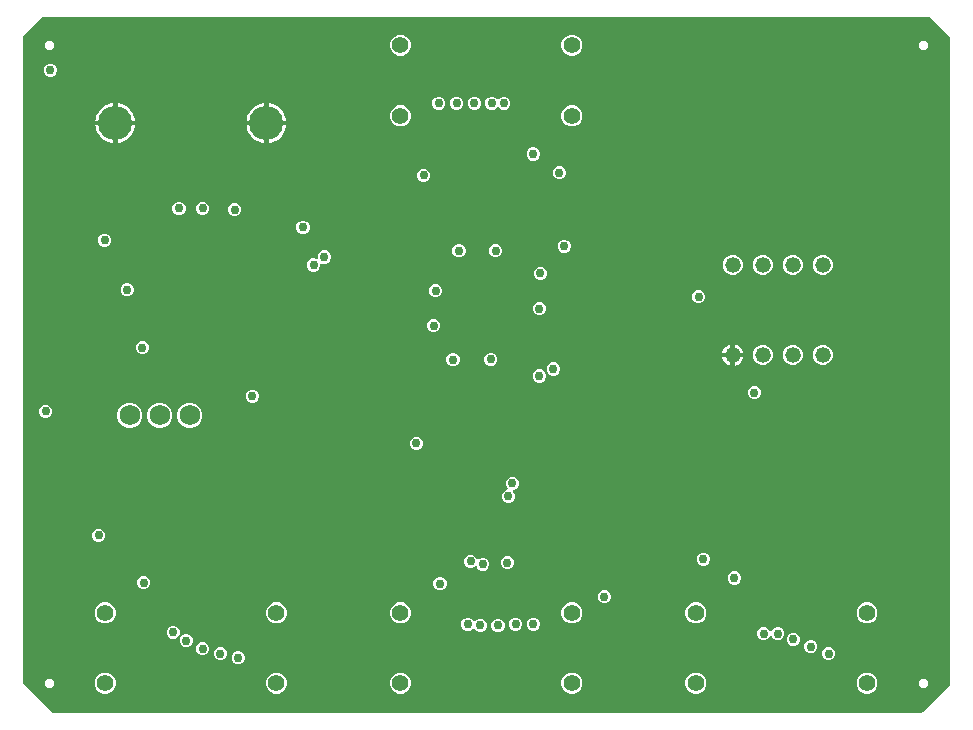
<source format=gbr>
G04 EAGLE Gerber RS-274X export*
G75*
%MOMM*%
%FSLAX34Y34*%
%LPD*%
%INCopper Layer 15*%
%IPPOS*%
%AMOC8*
5,1,8,0,0,1.08239X$1,22.5*%
G01*
%ADD10C,1.408000*%
%ADD11C,1.320800*%
%ADD12C,1.748000*%
%ADD13C,2.888000*%
%ADD14C,0.756400*%

G36*
X769117Y5059D02*
X769117Y5059D01*
X769234Y5071D01*
X769253Y5079D01*
X769273Y5082D01*
X769380Y5131D01*
X769489Y5176D01*
X769507Y5190D01*
X769524Y5198D01*
X769574Y5242D01*
X769677Y5323D01*
X792677Y28323D01*
X792700Y28352D01*
X792725Y28375D01*
X792763Y28436D01*
X792822Y28509D01*
X792830Y28527D01*
X792843Y28544D01*
X792859Y28589D01*
X792871Y28609D01*
X792886Y28661D01*
X792928Y28763D01*
X792931Y28786D01*
X792938Y28803D01*
X792941Y28862D01*
X792945Y28875D01*
X792945Y28892D01*
X792958Y29000D01*
X792958Y576000D01*
X792941Y576117D01*
X792929Y576234D01*
X792921Y576253D01*
X792918Y576273D01*
X792869Y576380D01*
X792824Y576489D01*
X792810Y576507D01*
X792802Y576524D01*
X792758Y576574D01*
X792677Y576677D01*
X775677Y593677D01*
X775583Y593748D01*
X775492Y593822D01*
X775473Y593830D01*
X775456Y593843D01*
X775345Y593883D01*
X775237Y593928D01*
X775214Y593931D01*
X775197Y593938D01*
X775129Y593942D01*
X775000Y593958D01*
X25000Y593958D01*
X24883Y593941D01*
X24766Y593929D01*
X24747Y593921D01*
X24727Y593918D01*
X24620Y593869D01*
X24511Y593824D01*
X24493Y593810D01*
X24476Y593802D01*
X24426Y593758D01*
X24323Y593677D01*
X8323Y577677D01*
X8305Y577654D01*
X8293Y577643D01*
X8272Y577610D01*
X8252Y577583D01*
X8178Y577492D01*
X8170Y577473D01*
X8157Y577456D01*
X8117Y577345D01*
X8072Y577237D01*
X8069Y577214D01*
X8062Y577197D01*
X8058Y577129D01*
X8042Y577000D01*
X8042Y30000D01*
X8059Y29883D01*
X8071Y29766D01*
X8079Y29747D01*
X8082Y29727D01*
X8131Y29620D01*
X8176Y29511D01*
X8190Y29493D01*
X8198Y29476D01*
X8242Y29426D01*
X8323Y29323D01*
X32323Y5323D01*
X32417Y5252D01*
X32509Y5178D01*
X32527Y5170D01*
X32544Y5157D01*
X32655Y5117D01*
X32763Y5072D01*
X32786Y5069D01*
X32803Y5062D01*
X32871Y5058D01*
X33000Y5042D01*
X769000Y5042D01*
X769117Y5059D01*
G37*
%LPC*%
G36*
X96008Y246081D02*
X96008Y246081D01*
X92142Y247683D01*
X89183Y250642D01*
X87581Y254508D01*
X87581Y258692D01*
X89183Y262558D01*
X92142Y265517D01*
X96008Y267119D01*
X100192Y267119D01*
X104058Y265517D01*
X107017Y262558D01*
X108619Y258692D01*
X108619Y254508D01*
X107017Y250642D01*
X104058Y247683D01*
X100192Y246081D01*
X96008Y246081D01*
G37*
%LPD*%
%LPC*%
G36*
X121408Y246081D02*
X121408Y246081D01*
X117542Y247683D01*
X114583Y250642D01*
X112981Y254508D01*
X112981Y258692D01*
X114583Y262558D01*
X117542Y265517D01*
X121408Y267119D01*
X125592Y267119D01*
X129458Y265517D01*
X132417Y262558D01*
X134019Y258692D01*
X134019Y254508D01*
X132417Y250642D01*
X129458Y247683D01*
X125592Y246081D01*
X121408Y246081D01*
G37*
%LPD*%
%LPC*%
G36*
X146808Y246081D02*
X146808Y246081D01*
X142942Y247683D01*
X139983Y250642D01*
X138381Y254508D01*
X138381Y258692D01*
X139983Y262558D01*
X142942Y265517D01*
X146808Y267119D01*
X150992Y267119D01*
X154858Y265517D01*
X157817Y262558D01*
X159419Y258692D01*
X159419Y254508D01*
X157817Y250642D01*
X154858Y247683D01*
X150992Y246081D01*
X146808Y246081D01*
G37*
%LPD*%
%LPC*%
G36*
X470746Y561181D02*
X470746Y561181D01*
X467505Y562524D01*
X465024Y565005D01*
X463681Y568246D01*
X463681Y571754D01*
X465024Y574995D01*
X467505Y577476D01*
X470746Y578819D01*
X474254Y578819D01*
X477495Y577476D01*
X479976Y574995D01*
X481319Y571754D01*
X481319Y568246D01*
X479976Y565005D01*
X477495Y562524D01*
X474254Y561181D01*
X470746Y561181D01*
G37*
%LPD*%
%LPC*%
G36*
X325746Y561181D02*
X325746Y561181D01*
X322505Y562524D01*
X320024Y565005D01*
X318681Y568246D01*
X318681Y571754D01*
X320024Y574995D01*
X322505Y577476D01*
X325746Y578819D01*
X329254Y578819D01*
X332495Y577476D01*
X334976Y574995D01*
X336319Y571754D01*
X336319Y568246D01*
X334976Y565005D01*
X332495Y562524D01*
X329254Y561181D01*
X325746Y561181D01*
G37*
%LPD*%
%LPC*%
G36*
X575746Y80781D02*
X575746Y80781D01*
X572505Y82124D01*
X570024Y84605D01*
X568681Y87846D01*
X568681Y91354D01*
X570024Y94595D01*
X572505Y97076D01*
X575746Y98419D01*
X579254Y98419D01*
X582495Y97076D01*
X584976Y94595D01*
X586319Y91354D01*
X586319Y87846D01*
X584976Y84605D01*
X582495Y82124D01*
X579254Y80781D01*
X575746Y80781D01*
G37*
%LPD*%
%LPC*%
G36*
X470746Y80781D02*
X470746Y80781D01*
X467505Y82124D01*
X465024Y84605D01*
X463681Y87846D01*
X463681Y91354D01*
X465024Y94595D01*
X467505Y97076D01*
X470746Y98419D01*
X474254Y98419D01*
X477495Y97076D01*
X479976Y94595D01*
X481319Y91354D01*
X481319Y87846D01*
X479976Y84605D01*
X477495Y82124D01*
X474254Y80781D01*
X470746Y80781D01*
G37*
%LPD*%
%LPC*%
G36*
X470746Y21181D02*
X470746Y21181D01*
X467505Y22524D01*
X465024Y25005D01*
X463681Y28246D01*
X463681Y31754D01*
X465024Y34995D01*
X467505Y37476D01*
X470746Y38819D01*
X474254Y38819D01*
X477495Y37476D01*
X479976Y34995D01*
X481319Y31754D01*
X481319Y28246D01*
X479976Y25005D01*
X477495Y22524D01*
X474254Y21181D01*
X470746Y21181D01*
G37*
%LPD*%
%LPC*%
G36*
X325746Y21181D02*
X325746Y21181D01*
X322505Y22524D01*
X320024Y25005D01*
X318681Y28246D01*
X318681Y31754D01*
X320024Y34995D01*
X322505Y37476D01*
X325746Y38819D01*
X329254Y38819D01*
X332495Y37476D01*
X334976Y34995D01*
X336319Y31754D01*
X336319Y28246D01*
X334976Y25005D01*
X332495Y22524D01*
X329254Y21181D01*
X325746Y21181D01*
G37*
%LPD*%
%LPC*%
G36*
X325746Y80781D02*
X325746Y80781D01*
X322505Y82124D01*
X320024Y84605D01*
X318681Y87846D01*
X318681Y91354D01*
X320024Y94595D01*
X322505Y97076D01*
X325746Y98419D01*
X329254Y98419D01*
X332495Y97076D01*
X334976Y94595D01*
X336319Y91354D01*
X336319Y87846D01*
X334976Y84605D01*
X332495Y82124D01*
X329254Y80781D01*
X325746Y80781D01*
G37*
%LPD*%
%LPC*%
G36*
X220746Y80781D02*
X220746Y80781D01*
X217505Y82124D01*
X215024Y84605D01*
X213681Y87846D01*
X213681Y91354D01*
X215024Y94595D01*
X217505Y97076D01*
X220746Y98419D01*
X224254Y98419D01*
X227495Y97076D01*
X229976Y94595D01*
X231319Y91354D01*
X231319Y87846D01*
X229976Y84605D01*
X227495Y82124D01*
X224254Y80781D01*
X220746Y80781D01*
G37*
%LPD*%
%LPC*%
G36*
X75746Y80781D02*
X75746Y80781D01*
X72505Y82124D01*
X70024Y84605D01*
X68681Y87846D01*
X68681Y91354D01*
X70024Y94595D01*
X72505Y97076D01*
X75746Y98419D01*
X79254Y98419D01*
X82495Y97076D01*
X84976Y94595D01*
X86319Y91354D01*
X86319Y87846D01*
X84976Y84605D01*
X82495Y82124D01*
X79254Y80781D01*
X75746Y80781D01*
G37*
%LPD*%
%LPC*%
G36*
X720746Y21181D02*
X720746Y21181D01*
X717505Y22524D01*
X715024Y25005D01*
X713681Y28246D01*
X713681Y31754D01*
X715024Y34995D01*
X717505Y37476D01*
X720746Y38819D01*
X724254Y38819D01*
X727495Y37476D01*
X729976Y34995D01*
X731319Y31754D01*
X731319Y28246D01*
X729976Y25005D01*
X727495Y22524D01*
X724254Y21181D01*
X720746Y21181D01*
G37*
%LPD*%
%LPC*%
G36*
X470746Y501581D02*
X470746Y501581D01*
X467505Y502924D01*
X465024Y505405D01*
X463681Y508646D01*
X463681Y512154D01*
X465024Y515395D01*
X467505Y517876D01*
X470746Y519219D01*
X474254Y519219D01*
X477495Y517876D01*
X479976Y515395D01*
X481319Y512154D01*
X481319Y508646D01*
X479976Y505405D01*
X477495Y502924D01*
X474254Y501581D01*
X470746Y501581D01*
G37*
%LPD*%
%LPC*%
G36*
X325746Y501581D02*
X325746Y501581D01*
X322505Y502924D01*
X320024Y505405D01*
X318681Y508646D01*
X318681Y512154D01*
X320024Y515395D01*
X322505Y517876D01*
X325746Y519219D01*
X329254Y519219D01*
X332495Y517876D01*
X334976Y515395D01*
X336319Y512154D01*
X336319Y508646D01*
X334976Y505405D01*
X332495Y502924D01*
X329254Y501581D01*
X325746Y501581D01*
G37*
%LPD*%
%LPC*%
G36*
X75746Y21181D02*
X75746Y21181D01*
X72505Y22524D01*
X70024Y25005D01*
X68681Y28246D01*
X68681Y31754D01*
X70024Y34995D01*
X72505Y37476D01*
X75746Y38819D01*
X79254Y38819D01*
X82495Y37476D01*
X84976Y34995D01*
X86319Y31754D01*
X86319Y28246D01*
X84976Y25005D01*
X82495Y22524D01*
X79254Y21181D01*
X75746Y21181D01*
G37*
%LPD*%
%LPC*%
G36*
X220746Y21181D02*
X220746Y21181D01*
X217505Y22524D01*
X215024Y25005D01*
X213681Y28246D01*
X213681Y31754D01*
X215024Y34995D01*
X217505Y37476D01*
X220746Y38819D01*
X224254Y38819D01*
X227495Y37476D01*
X229976Y34995D01*
X231319Y31754D01*
X231319Y28246D01*
X229976Y25005D01*
X227495Y22524D01*
X224254Y21181D01*
X220746Y21181D01*
G37*
%LPD*%
%LPC*%
G36*
X575746Y21181D02*
X575746Y21181D01*
X572505Y22524D01*
X570024Y25005D01*
X568681Y28246D01*
X568681Y31754D01*
X570024Y34995D01*
X572505Y37476D01*
X575746Y38819D01*
X579254Y38819D01*
X582495Y37476D01*
X584976Y34995D01*
X586319Y31754D01*
X586319Y28246D01*
X584976Y25005D01*
X582495Y22524D01*
X579254Y21181D01*
X575746Y21181D01*
G37*
%LPD*%
%LPC*%
G36*
X720746Y80781D02*
X720746Y80781D01*
X717505Y82124D01*
X715024Y84605D01*
X713681Y87846D01*
X713681Y91354D01*
X715024Y94595D01*
X717505Y97076D01*
X720746Y98419D01*
X724254Y98419D01*
X727495Y97076D01*
X729976Y94595D01*
X731319Y91354D01*
X731319Y87846D01*
X729976Y84605D01*
X727495Y82124D01*
X724254Y80781D01*
X720746Y80781D01*
G37*
%LPD*%
%LPC*%
G36*
X657933Y299417D02*
X657933Y299417D01*
X654852Y300693D01*
X652493Y303052D01*
X651217Y306133D01*
X651217Y309467D01*
X652493Y312548D01*
X654852Y314907D01*
X657933Y316183D01*
X661267Y316183D01*
X664348Y314907D01*
X666707Y312548D01*
X667983Y309467D01*
X667983Y306133D01*
X666707Y303052D01*
X664348Y300693D01*
X661267Y299417D01*
X657933Y299417D01*
G37*
%LPD*%
%LPC*%
G36*
X607133Y375617D02*
X607133Y375617D01*
X604052Y376893D01*
X601693Y379252D01*
X600417Y382333D01*
X600417Y385667D01*
X601693Y388748D01*
X604052Y391107D01*
X607133Y392383D01*
X610467Y392383D01*
X613548Y391107D01*
X615907Y388748D01*
X617183Y385667D01*
X617183Y382333D01*
X615907Y379252D01*
X613548Y376893D01*
X610467Y375617D01*
X607133Y375617D01*
G37*
%LPD*%
%LPC*%
G36*
X683333Y375617D02*
X683333Y375617D01*
X680252Y376893D01*
X677893Y379252D01*
X676617Y382333D01*
X676617Y385667D01*
X677893Y388748D01*
X680252Y391107D01*
X683333Y392383D01*
X686667Y392383D01*
X689748Y391107D01*
X692107Y388748D01*
X693383Y385667D01*
X693383Y382333D01*
X692107Y379252D01*
X689748Y376893D01*
X686667Y375617D01*
X683333Y375617D01*
G37*
%LPD*%
%LPC*%
G36*
X657933Y375617D02*
X657933Y375617D01*
X654852Y376893D01*
X652493Y379252D01*
X651217Y382333D01*
X651217Y385667D01*
X652493Y388748D01*
X654852Y391107D01*
X657933Y392383D01*
X661267Y392383D01*
X664348Y391107D01*
X666707Y388748D01*
X667983Y385667D01*
X667983Y382333D01*
X666707Y379252D01*
X664348Y376893D01*
X661267Y375617D01*
X657933Y375617D01*
G37*
%LPD*%
%LPC*%
G36*
X632533Y375617D02*
X632533Y375617D01*
X629452Y376893D01*
X627093Y379252D01*
X625817Y382333D01*
X625817Y385667D01*
X627093Y388748D01*
X629452Y391107D01*
X632533Y392383D01*
X635867Y392383D01*
X638948Y391107D01*
X641307Y388748D01*
X642583Y385667D01*
X642583Y382333D01*
X641307Y379252D01*
X638948Y376893D01*
X635867Y375617D01*
X632533Y375617D01*
G37*
%LPD*%
%LPC*%
G36*
X683333Y299417D02*
X683333Y299417D01*
X680252Y300693D01*
X677893Y303052D01*
X676617Y306133D01*
X676617Y309467D01*
X677893Y312548D01*
X680252Y314907D01*
X683333Y316183D01*
X686667Y316183D01*
X689748Y314907D01*
X692107Y312548D01*
X693383Y309467D01*
X693383Y306133D01*
X692107Y303052D01*
X689748Y300693D01*
X686667Y299417D01*
X683333Y299417D01*
G37*
%LPD*%
%LPC*%
G36*
X632533Y299417D02*
X632533Y299417D01*
X629452Y300693D01*
X627093Y303052D01*
X625817Y306133D01*
X625817Y309467D01*
X627093Y312548D01*
X629452Y314907D01*
X632533Y316183D01*
X635867Y316183D01*
X638948Y314907D01*
X641307Y312548D01*
X642583Y309467D01*
X642583Y306133D01*
X641307Y303052D01*
X638948Y300693D01*
X635867Y299417D01*
X632533Y299417D01*
G37*
%LPD*%
%LPC*%
G36*
X633894Y66439D02*
X633894Y66439D01*
X631850Y67286D01*
X630286Y68850D01*
X629439Y70894D01*
X629439Y73106D01*
X630286Y75150D01*
X631850Y76714D01*
X633894Y77561D01*
X636106Y77561D01*
X638150Y76714D01*
X639714Y75150D01*
X640115Y74183D01*
X640135Y74149D01*
X640148Y74111D01*
X640205Y74031D01*
X640256Y73945D01*
X640285Y73918D01*
X640308Y73886D01*
X640386Y73826D01*
X640459Y73758D01*
X640495Y73741D01*
X640526Y73717D01*
X640618Y73680D01*
X640707Y73637D01*
X640746Y73630D01*
X640783Y73616D01*
X640882Y73608D01*
X640980Y73591D01*
X641019Y73596D01*
X641058Y73593D01*
X641155Y73613D01*
X641254Y73625D01*
X641290Y73641D01*
X641329Y73649D01*
X641416Y73696D01*
X641507Y73736D01*
X641537Y73762D01*
X641572Y73780D01*
X641642Y73850D01*
X641718Y73914D01*
X641739Y73947D01*
X641767Y73975D01*
X641832Y74089D01*
X641869Y74145D01*
X641874Y74163D01*
X641885Y74183D01*
X642286Y75150D01*
X643850Y76714D01*
X645894Y77561D01*
X648106Y77561D01*
X650150Y76714D01*
X651714Y75150D01*
X652561Y73106D01*
X652561Y70894D01*
X651714Y68850D01*
X650150Y67286D01*
X648106Y66439D01*
X645894Y66439D01*
X643850Y67286D01*
X642286Y68850D01*
X641885Y69817D01*
X641865Y69851D01*
X641852Y69889D01*
X641794Y69970D01*
X641744Y70055D01*
X641715Y70081D01*
X641692Y70114D01*
X641613Y70175D01*
X641541Y70242D01*
X641505Y70259D01*
X641474Y70283D01*
X641382Y70319D01*
X641293Y70363D01*
X641254Y70370D01*
X641217Y70384D01*
X641118Y70392D01*
X641020Y70409D01*
X640981Y70404D01*
X640942Y70407D01*
X640845Y70387D01*
X640746Y70375D01*
X640710Y70359D01*
X640671Y70351D01*
X640584Y70304D01*
X640493Y70264D01*
X640463Y70238D01*
X640428Y70220D01*
X640358Y70150D01*
X640283Y70086D01*
X640261Y70053D01*
X640233Y70025D01*
X640168Y69911D01*
X640131Y69855D01*
X640126Y69837D01*
X640115Y69817D01*
X639714Y68850D01*
X638150Y67286D01*
X636106Y66439D01*
X633894Y66439D01*
G37*
%LPD*%
%LPC*%
G36*
X417682Y182651D02*
X417682Y182651D01*
X415639Y183497D01*
X414074Y185062D01*
X413228Y187105D01*
X413228Y189318D01*
X414074Y191361D01*
X415639Y192926D01*
X417697Y193778D01*
X417807Y193844D01*
X417918Y193907D01*
X417925Y193914D01*
X417934Y193920D01*
X418021Y194014D01*
X418109Y194106D01*
X418114Y194115D01*
X418121Y194123D01*
X418177Y194238D01*
X418236Y194351D01*
X418238Y194361D01*
X418242Y194371D01*
X418263Y194497D01*
X418287Y194623D01*
X418286Y194633D01*
X418288Y194643D01*
X418272Y194771D01*
X418259Y194897D01*
X418255Y194907D01*
X418254Y194917D01*
X418202Y195035D01*
X418154Y195153D01*
X418147Y195161D01*
X418143Y195170D01*
X418107Y195213D01*
X418007Y195341D01*
X417469Y195879D01*
X416622Y197923D01*
X416622Y200135D01*
X417469Y202179D01*
X419033Y203743D01*
X421077Y204590D01*
X423289Y204590D01*
X425333Y203743D01*
X426897Y202179D01*
X427744Y200135D01*
X427744Y197923D01*
X426897Y195879D01*
X425333Y194315D01*
X423275Y193463D01*
X423165Y193397D01*
X423054Y193334D01*
X423047Y193327D01*
X423038Y193321D01*
X422950Y193227D01*
X422862Y193135D01*
X422858Y193126D01*
X422851Y193118D01*
X422794Y193003D01*
X422736Y192889D01*
X422734Y192879D01*
X422729Y192870D01*
X422708Y192744D01*
X422684Y192618D01*
X422685Y192608D01*
X422684Y192598D01*
X422700Y192470D01*
X422713Y192343D01*
X422716Y192334D01*
X422718Y192324D01*
X422769Y192206D01*
X422818Y192088D01*
X422825Y192079D01*
X422828Y192071D01*
X422865Y192028D01*
X422964Y191900D01*
X423503Y191361D01*
X424349Y189318D01*
X424349Y187105D01*
X423503Y185062D01*
X421938Y183497D01*
X419895Y182651D01*
X417682Y182651D01*
G37*
%LPD*%
%LPC*%
G36*
X252894Y378439D02*
X252894Y378439D01*
X250850Y379286D01*
X249286Y380850D01*
X248439Y382894D01*
X248439Y385106D01*
X249286Y387150D01*
X250850Y388714D01*
X252894Y389561D01*
X255106Y389561D01*
X256115Y389143D01*
X256238Y389112D01*
X256362Y389078D01*
X256372Y389078D01*
X256382Y389075D01*
X256510Y389080D01*
X256638Y389083D01*
X256648Y389086D01*
X256658Y389087D01*
X256780Y389128D01*
X256901Y389167D01*
X256910Y389173D01*
X256919Y389176D01*
X257023Y389250D01*
X257129Y389323D01*
X257136Y389331D01*
X257144Y389336D01*
X257223Y389437D01*
X257304Y389537D01*
X257308Y389546D01*
X257314Y389554D01*
X257361Y389674D01*
X257410Y389792D01*
X257411Y389803D01*
X257414Y389811D01*
X257419Y389868D01*
X257439Y390028D01*
X257439Y391908D01*
X258286Y393952D01*
X259850Y395516D01*
X261894Y396363D01*
X264106Y396363D01*
X266150Y395516D01*
X267714Y393952D01*
X268561Y391908D01*
X268561Y389696D01*
X267714Y387652D01*
X266150Y386088D01*
X264106Y385241D01*
X261894Y385241D01*
X260885Y385659D01*
X260762Y385690D01*
X260638Y385724D01*
X260628Y385724D01*
X260618Y385727D01*
X260490Y385722D01*
X260362Y385719D01*
X260352Y385716D01*
X260342Y385715D01*
X260220Y385674D01*
X260099Y385635D01*
X260090Y385629D01*
X260081Y385626D01*
X259977Y385552D01*
X259871Y385479D01*
X259864Y385471D01*
X259856Y385466D01*
X259777Y385365D01*
X259696Y385265D01*
X259692Y385256D01*
X259686Y385248D01*
X259639Y385128D01*
X259590Y385010D01*
X259589Y384999D01*
X259586Y384991D01*
X259581Y384934D01*
X259561Y384774D01*
X259561Y382894D01*
X258714Y380850D01*
X257150Y379286D01*
X255106Y378439D01*
X252894Y378439D01*
G37*
%LPD*%
%LPC*%
G36*
X393894Y73439D02*
X393894Y73439D01*
X391850Y74286D01*
X390286Y75850D01*
X390228Y75989D01*
X390163Y76099D01*
X390100Y76210D01*
X390092Y76217D01*
X390087Y76226D01*
X389993Y76313D01*
X389901Y76401D01*
X389892Y76406D01*
X389884Y76413D01*
X389768Y76469D01*
X389655Y76528D01*
X389645Y76530D01*
X389636Y76534D01*
X389509Y76555D01*
X389384Y76579D01*
X389374Y76578D01*
X389364Y76580D01*
X389237Y76564D01*
X389109Y76551D01*
X389100Y76547D01*
X389090Y76546D01*
X388972Y76495D01*
X388854Y76446D01*
X388845Y76439D01*
X388837Y76435D01*
X388793Y76399D01*
X388666Y76299D01*
X387652Y75286D01*
X385608Y74439D01*
X383396Y74439D01*
X381352Y75286D01*
X379788Y76850D01*
X378942Y78894D01*
X378942Y81106D01*
X379788Y83150D01*
X381352Y84714D01*
X383396Y85561D01*
X385608Y85561D01*
X387652Y84714D01*
X389216Y83150D01*
X389274Y83011D01*
X389339Y82901D01*
X389403Y82790D01*
X389410Y82783D01*
X389415Y82774D01*
X389509Y82688D01*
X389602Y82599D01*
X389611Y82594D01*
X389618Y82587D01*
X389733Y82531D01*
X389847Y82472D01*
X389857Y82470D01*
X389866Y82466D01*
X389993Y82445D01*
X390118Y82421D01*
X390128Y82422D01*
X390139Y82420D01*
X390267Y82436D01*
X390393Y82449D01*
X390402Y82453D01*
X390413Y82454D01*
X390530Y82506D01*
X390648Y82554D01*
X390657Y82561D01*
X390666Y82565D01*
X390708Y82601D01*
X390836Y82701D01*
X391850Y83714D01*
X393894Y84561D01*
X396106Y84561D01*
X398150Y83714D01*
X399714Y82150D01*
X400561Y80106D01*
X400561Y77894D01*
X399714Y75850D01*
X398150Y74286D01*
X396106Y73439D01*
X393894Y73439D01*
G37*
%LPD*%
%LPC*%
G36*
X396105Y125228D02*
X396105Y125228D01*
X394062Y126074D01*
X392497Y127639D01*
X392169Y128431D01*
X392104Y128541D01*
X392040Y128653D01*
X392033Y128660D01*
X392028Y128669D01*
X391934Y128755D01*
X391841Y128844D01*
X391832Y128849D01*
X391825Y128856D01*
X391710Y128912D01*
X391596Y128971D01*
X391586Y128973D01*
X391576Y128977D01*
X391450Y128998D01*
X391324Y129022D01*
X391314Y129021D01*
X391304Y129023D01*
X391177Y129007D01*
X391050Y128994D01*
X391040Y128990D01*
X391030Y128989D01*
X390913Y128937D01*
X390795Y128889D01*
X390786Y128882D01*
X390777Y128878D01*
X390734Y128842D01*
X390606Y128742D01*
X390150Y128286D01*
X388106Y127439D01*
X385894Y127439D01*
X383850Y128286D01*
X382286Y129850D01*
X381439Y131894D01*
X381439Y134106D01*
X382286Y136150D01*
X383850Y137714D01*
X385894Y138561D01*
X388106Y138561D01*
X390150Y137714D01*
X391714Y136150D01*
X392043Y135357D01*
X392108Y135247D01*
X392171Y135136D01*
X392179Y135129D01*
X392184Y135120D01*
X392279Y135033D01*
X392370Y134944D01*
X392379Y134940D01*
X392387Y134933D01*
X392502Y134876D01*
X392616Y134818D01*
X392626Y134816D01*
X392635Y134811D01*
X392761Y134790D01*
X392887Y134766D01*
X392897Y134768D01*
X392907Y134766D01*
X393034Y134782D01*
X393162Y134795D01*
X393171Y134799D01*
X393181Y134800D01*
X393299Y134851D01*
X393417Y134900D01*
X393426Y134907D01*
X393434Y134911D01*
X393477Y134947D01*
X393605Y135046D01*
X394062Y135503D01*
X396105Y136349D01*
X398318Y136349D01*
X400361Y135503D01*
X401926Y133938D01*
X402772Y131895D01*
X402772Y129682D01*
X401926Y127639D01*
X400361Y126074D01*
X398318Y125228D01*
X396105Y125228D01*
G37*
%LPD*%
%LPC*%
G36*
X403894Y515439D02*
X403894Y515439D01*
X401850Y516286D01*
X400286Y517850D01*
X399439Y519894D01*
X399439Y522106D01*
X400286Y524150D01*
X401850Y525714D01*
X403894Y526561D01*
X406106Y526561D01*
X408150Y525714D01*
X409323Y524542D01*
X409386Y524494D01*
X409443Y524440D01*
X409496Y524412D01*
X409544Y524376D01*
X409618Y524349D01*
X409688Y524313D01*
X409747Y524302D01*
X409803Y524281D01*
X409882Y524276D01*
X409959Y524262D01*
X410019Y524268D01*
X410079Y524264D01*
X410155Y524282D01*
X410234Y524290D01*
X410289Y524313D01*
X410348Y524326D01*
X410416Y524365D01*
X410489Y524395D01*
X410543Y524437D01*
X410588Y524463D01*
X410624Y524500D01*
X410677Y524542D01*
X411850Y525714D01*
X413894Y526561D01*
X416106Y526561D01*
X418150Y525714D01*
X419714Y524150D01*
X420561Y522106D01*
X420561Y519894D01*
X419714Y517850D01*
X418150Y516286D01*
X416106Y515439D01*
X413894Y515439D01*
X411850Y516286D01*
X410677Y517458D01*
X410614Y517506D01*
X410557Y517560D01*
X410504Y517588D01*
X410456Y517624D01*
X410382Y517651D01*
X410312Y517687D01*
X410253Y517698D01*
X410197Y517719D01*
X410118Y517724D01*
X410041Y517738D01*
X409981Y517732D01*
X409921Y517736D01*
X409844Y517718D01*
X409766Y517710D01*
X409711Y517687D01*
X409652Y517674D01*
X409584Y517635D01*
X409511Y517605D01*
X409457Y517563D01*
X409412Y517537D01*
X409376Y517500D01*
X409323Y517458D01*
X408150Y516286D01*
X406106Y515439D01*
X403894Y515439D01*
G37*
%LPD*%
%LPC*%
G36*
X215917Y506117D02*
X215917Y506117D01*
X215917Y521075D01*
X217320Y520890D01*
X219470Y520314D01*
X221526Y519462D01*
X223454Y518349D01*
X225220Y516994D01*
X226794Y515420D01*
X228149Y513654D01*
X229262Y511726D01*
X230114Y509670D01*
X230690Y507520D01*
X230875Y506117D01*
X215917Y506117D01*
G37*
%LPD*%
%LPC*%
G36*
X87917Y506117D02*
X87917Y506117D01*
X87917Y521075D01*
X89320Y520890D01*
X91470Y520314D01*
X93526Y519462D01*
X95454Y518349D01*
X97220Y516994D01*
X98794Y515420D01*
X100149Y513654D01*
X101262Y511726D01*
X102114Y509670D01*
X102690Y507520D01*
X102875Y506117D01*
X87917Y506117D01*
G37*
%LPD*%
%LPC*%
G36*
X69125Y506117D02*
X69125Y506117D01*
X69310Y507520D01*
X69886Y509670D01*
X70738Y511726D01*
X71851Y513654D01*
X73206Y515420D01*
X74780Y516994D01*
X76546Y518349D01*
X78474Y519462D01*
X80530Y520314D01*
X82680Y520890D01*
X84083Y521075D01*
X84083Y506117D01*
X69125Y506117D01*
G37*
%LPD*%
%LPC*%
G36*
X87917Y502283D02*
X87917Y502283D01*
X102875Y502283D01*
X102690Y500880D01*
X102114Y498730D01*
X101262Y496674D01*
X100149Y494746D01*
X98794Y492980D01*
X97220Y491406D01*
X95454Y490051D01*
X93526Y488938D01*
X91470Y488086D01*
X89320Y487510D01*
X87917Y487325D01*
X87917Y502283D01*
G37*
%LPD*%
%LPC*%
G36*
X215917Y502283D02*
X215917Y502283D01*
X230875Y502283D01*
X230690Y500880D01*
X230114Y498730D01*
X229262Y496674D01*
X228149Y494746D01*
X226794Y492980D01*
X225220Y491406D01*
X223454Y490051D01*
X221526Y488938D01*
X219470Y488086D01*
X217320Y487510D01*
X215917Y487325D01*
X215917Y502283D01*
G37*
%LPD*%
%LPC*%
G36*
X197125Y506117D02*
X197125Y506117D01*
X197310Y507520D01*
X197886Y509670D01*
X198738Y511726D01*
X199851Y513654D01*
X201206Y515420D01*
X202780Y516994D01*
X204546Y518349D01*
X206474Y519462D01*
X208530Y520314D01*
X210680Y520890D01*
X212083Y521075D01*
X212083Y506117D01*
X197125Y506117D01*
G37*
%LPD*%
%LPC*%
G36*
X210680Y487510D02*
X210680Y487510D01*
X208530Y488086D01*
X206474Y488938D01*
X204546Y490051D01*
X202780Y491406D01*
X201206Y492980D01*
X199851Y494746D01*
X198738Y496674D01*
X197886Y498730D01*
X197310Y500880D01*
X197125Y502283D01*
X212083Y502283D01*
X212083Y487325D01*
X210680Y487510D01*
G37*
%LPD*%
%LPC*%
G36*
X82680Y487510D02*
X82680Y487510D01*
X80530Y488086D01*
X78474Y488938D01*
X76546Y490051D01*
X74780Y491406D01*
X73206Y492980D01*
X71851Y494746D01*
X70738Y496674D01*
X69886Y498730D01*
X69310Y500880D01*
X69125Y502283D01*
X84083Y502283D01*
X84083Y487325D01*
X82680Y487510D01*
G37*
%LPD*%
%LPC*%
G36*
X133894Y67439D02*
X133894Y67439D01*
X131850Y68286D01*
X130286Y69850D01*
X129439Y71894D01*
X129439Y74106D01*
X130286Y76150D01*
X131850Y77714D01*
X133894Y78561D01*
X136106Y78561D01*
X138150Y77714D01*
X139714Y76150D01*
X140561Y74106D01*
X140561Y71894D01*
X139951Y70422D01*
X139929Y70336D01*
X139898Y70252D01*
X139895Y70202D01*
X139883Y70154D01*
X139887Y70065D01*
X139881Y69976D01*
X139892Y69928D01*
X139894Y69878D01*
X139900Y69862D01*
X139884Y69855D01*
X139835Y69845D01*
X139757Y69803D01*
X139675Y69769D01*
X139631Y69734D01*
X139592Y69714D01*
X139551Y69672D01*
X139486Y69622D01*
X138150Y68286D01*
X136106Y67439D01*
X133894Y67439D01*
G37*
%LPD*%
%LPC*%
G36*
X144894Y60439D02*
X144894Y60439D01*
X142850Y61286D01*
X141286Y62850D01*
X140439Y64894D01*
X140439Y67106D01*
X141049Y68578D01*
X141071Y68664D01*
X141102Y68748D01*
X141105Y68798D01*
X141117Y68846D01*
X141113Y68935D01*
X141119Y69024D01*
X141108Y69072D01*
X141106Y69122D01*
X141100Y69138D01*
X141116Y69145D01*
X141165Y69155D01*
X141243Y69197D01*
X141325Y69231D01*
X141369Y69266D01*
X141408Y69286D01*
X141449Y69328D01*
X141514Y69378D01*
X142850Y70714D01*
X144894Y71561D01*
X147106Y71561D01*
X149150Y70714D01*
X150714Y69150D01*
X151561Y67106D01*
X151561Y64894D01*
X150714Y62850D01*
X149150Y61286D01*
X147106Y60439D01*
X144894Y60439D01*
G37*
%LPD*%
%LPC*%
G36*
X688894Y49439D02*
X688894Y49439D01*
X686850Y50286D01*
X685286Y51850D01*
X684439Y53894D01*
X684439Y56106D01*
X685286Y58150D01*
X686850Y59714D01*
X688894Y60561D01*
X691106Y60561D01*
X693150Y59714D01*
X694714Y58150D01*
X695561Y56106D01*
X695561Y53894D01*
X694714Y51850D01*
X693150Y50286D01*
X691106Y49439D01*
X688894Y49439D01*
G37*
%LPD*%
%LPC*%
G36*
X578894Y351439D02*
X578894Y351439D01*
X576850Y352286D01*
X575286Y353850D01*
X574439Y355894D01*
X574439Y358106D01*
X575286Y360150D01*
X576850Y361714D01*
X578894Y362561D01*
X581106Y362561D01*
X583150Y361714D01*
X584714Y360150D01*
X585561Y358106D01*
X585561Y355894D01*
X584714Y353850D01*
X583150Y352286D01*
X581106Y351439D01*
X578894Y351439D01*
G37*
%LPD*%
%LPC*%
G36*
X673894Y55439D02*
X673894Y55439D01*
X671850Y56286D01*
X670286Y57850D01*
X669439Y59894D01*
X669439Y62106D01*
X670286Y64150D01*
X671850Y65714D01*
X673894Y66561D01*
X676106Y66561D01*
X678150Y65714D01*
X679714Y64150D01*
X680561Y62106D01*
X680561Y59894D01*
X679714Y57850D01*
X678150Y56286D01*
X676106Y55439D01*
X673894Y55439D01*
G37*
%LPD*%
%LPC*%
G36*
X443894Y284439D02*
X443894Y284439D01*
X441850Y285286D01*
X440286Y286850D01*
X439439Y288894D01*
X439439Y291106D01*
X440286Y293150D01*
X441850Y294714D01*
X443894Y295561D01*
X446106Y295561D01*
X448150Y294714D01*
X449714Y293150D01*
X450561Y291106D01*
X450561Y288894D01*
X449714Y286850D01*
X448150Y285286D01*
X446106Y284439D01*
X443894Y284439D01*
G37*
%LPD*%
%LPC*%
G36*
X658894Y61439D02*
X658894Y61439D01*
X656850Y62286D01*
X655286Y63850D01*
X654439Y65894D01*
X654439Y68106D01*
X655286Y70150D01*
X656850Y71714D01*
X658894Y72561D01*
X661106Y72561D01*
X663150Y71714D01*
X664714Y70150D01*
X665561Y68106D01*
X665561Y65894D01*
X664714Y63850D01*
X663150Y62286D01*
X661106Y61439D01*
X658894Y61439D01*
G37*
%LPD*%
%LPC*%
G36*
X188894Y45799D02*
X188894Y45799D01*
X186850Y46646D01*
X185286Y48210D01*
X184439Y50254D01*
X184439Y52466D01*
X185286Y54510D01*
X186850Y56074D01*
X188894Y56920D01*
X191106Y56920D01*
X193150Y56074D01*
X194714Y54510D01*
X195561Y52466D01*
X195561Y50254D01*
X194714Y48210D01*
X193150Y46646D01*
X191106Y45799D01*
X188894Y45799D01*
G37*
%LPD*%
%LPC*%
G36*
X158894Y426439D02*
X158894Y426439D01*
X156850Y427286D01*
X155286Y428850D01*
X154439Y430894D01*
X154439Y433106D01*
X155286Y435150D01*
X156850Y436714D01*
X158894Y437561D01*
X161106Y437561D01*
X163150Y436714D01*
X164714Y435150D01*
X165561Y433106D01*
X165561Y430894D01*
X164714Y428850D01*
X163150Y427286D01*
X161106Y426439D01*
X158894Y426439D01*
G37*
%LPD*%
%LPC*%
G36*
X29894Y543439D02*
X29894Y543439D01*
X27850Y544286D01*
X26286Y545850D01*
X25439Y547894D01*
X25439Y550106D01*
X26286Y552150D01*
X27850Y553714D01*
X29894Y554561D01*
X32106Y554561D01*
X34150Y553714D01*
X35714Y552150D01*
X36561Y550106D01*
X36561Y547894D01*
X35714Y545850D01*
X34150Y544286D01*
X32106Y543439D01*
X29894Y543439D01*
G37*
%LPD*%
%LPC*%
G36*
X388894Y515439D02*
X388894Y515439D01*
X386850Y516286D01*
X385286Y517850D01*
X384439Y519894D01*
X384439Y522106D01*
X385286Y524150D01*
X386850Y525714D01*
X388894Y526561D01*
X391106Y526561D01*
X393150Y525714D01*
X394714Y524150D01*
X395561Y522106D01*
X395561Y519894D01*
X394714Y517850D01*
X393150Y516286D01*
X391106Y515439D01*
X388894Y515439D01*
G37*
%LPD*%
%LPC*%
G36*
X373894Y515439D02*
X373894Y515439D01*
X371850Y516286D01*
X370286Y517850D01*
X369439Y519894D01*
X369439Y522106D01*
X370286Y524150D01*
X371850Y525714D01*
X373894Y526561D01*
X376106Y526561D01*
X378150Y525714D01*
X379714Y524150D01*
X380561Y522106D01*
X380561Y519894D01*
X379714Y517850D01*
X378150Y516286D01*
X376106Y515439D01*
X373894Y515439D01*
G37*
%LPD*%
%LPC*%
G36*
X358894Y515439D02*
X358894Y515439D01*
X356850Y516286D01*
X355286Y517850D01*
X354439Y519894D01*
X354439Y522106D01*
X355286Y524150D01*
X356850Y525714D01*
X358894Y526561D01*
X361106Y526561D01*
X363150Y525714D01*
X364714Y524150D01*
X365561Y522106D01*
X365561Y519894D01*
X364714Y517850D01*
X363150Y516286D01*
X361106Y515439D01*
X358894Y515439D01*
G37*
%LPD*%
%LPC*%
G36*
X94894Y357439D02*
X94894Y357439D01*
X92850Y358286D01*
X91286Y359850D01*
X90439Y361894D01*
X90439Y364106D01*
X91286Y366150D01*
X92850Y367714D01*
X94894Y368561D01*
X97106Y368561D01*
X99150Y367714D01*
X100714Y366150D01*
X101561Y364106D01*
X101561Y361894D01*
X100714Y359850D01*
X99150Y358286D01*
X97106Y357439D01*
X94894Y357439D01*
G37*
%LPD*%
%LPC*%
G36*
X455894Y290439D02*
X455894Y290439D01*
X453850Y291286D01*
X452286Y292850D01*
X451439Y294894D01*
X451439Y297106D01*
X452286Y299150D01*
X453850Y300714D01*
X455894Y301561D01*
X458106Y301561D01*
X460150Y300714D01*
X461714Y299150D01*
X462561Y297106D01*
X462561Y294894D01*
X461714Y292850D01*
X460150Y291286D01*
X458106Y290439D01*
X455894Y290439D01*
G37*
%LPD*%
%LPC*%
G36*
X370894Y298439D02*
X370894Y298439D01*
X368850Y299286D01*
X367286Y300850D01*
X366439Y302894D01*
X366439Y305106D01*
X367286Y307150D01*
X368850Y308714D01*
X370894Y309561D01*
X373106Y309561D01*
X375150Y308714D01*
X376714Y307150D01*
X377561Y305106D01*
X377561Y302894D01*
X376714Y300850D01*
X375150Y299286D01*
X373106Y298439D01*
X370894Y298439D01*
G37*
%LPD*%
%LPC*%
G36*
X625894Y270439D02*
X625894Y270439D01*
X623850Y271286D01*
X622286Y272850D01*
X621439Y274894D01*
X621439Y277106D01*
X622286Y279150D01*
X623850Y280714D01*
X625894Y281561D01*
X628106Y281561D01*
X630150Y280714D01*
X631714Y279150D01*
X632561Y277106D01*
X632561Y274894D01*
X631714Y272850D01*
X630150Y271286D01*
X628106Y270439D01*
X625894Y270439D01*
G37*
%LPD*%
%LPC*%
G36*
X200894Y267439D02*
X200894Y267439D01*
X198850Y268286D01*
X197286Y269850D01*
X196439Y271894D01*
X196439Y274106D01*
X197286Y276150D01*
X198850Y277714D01*
X200894Y278561D01*
X203106Y278561D01*
X205150Y277714D01*
X206714Y276150D01*
X207561Y274106D01*
X207561Y271894D01*
X206714Y269850D01*
X205150Y268286D01*
X203106Y267439D01*
X200894Y267439D01*
G37*
%LPD*%
%LPC*%
G36*
X460894Y456439D02*
X460894Y456439D01*
X458850Y457286D01*
X457286Y458850D01*
X456439Y460894D01*
X456439Y463106D01*
X457286Y465150D01*
X458850Y466714D01*
X460894Y467561D01*
X463106Y467561D01*
X465150Y466714D01*
X466714Y465150D01*
X467561Y463106D01*
X467561Y460894D01*
X466714Y458850D01*
X465150Y457286D01*
X463106Y456439D01*
X460894Y456439D01*
G37*
%LPD*%
%LPC*%
G36*
X438645Y472439D02*
X438645Y472439D01*
X436601Y473286D01*
X435037Y474850D01*
X434190Y476894D01*
X434190Y479106D01*
X435037Y481150D01*
X436601Y482714D01*
X438645Y483561D01*
X440857Y483561D01*
X442901Y482714D01*
X444465Y481150D01*
X445312Y479106D01*
X445312Y476894D01*
X444465Y474850D01*
X442901Y473286D01*
X440857Y472439D01*
X438645Y472439D01*
G37*
%LPD*%
%LPC*%
G36*
X107894Y308439D02*
X107894Y308439D01*
X105850Y309286D01*
X104286Y310850D01*
X103439Y312894D01*
X103439Y315106D01*
X104286Y317150D01*
X105850Y318714D01*
X107894Y319561D01*
X110106Y319561D01*
X112150Y318714D01*
X113714Y317150D01*
X114561Y315106D01*
X114561Y312894D01*
X113714Y310850D01*
X112150Y309286D01*
X110106Y308439D01*
X107894Y308439D01*
G37*
%LPD*%
%LPC*%
G36*
X25894Y254439D02*
X25894Y254439D01*
X23850Y255286D01*
X22286Y256850D01*
X21439Y258894D01*
X21439Y261106D01*
X22286Y263150D01*
X23850Y264714D01*
X25894Y265561D01*
X28106Y265561D01*
X30150Y264714D01*
X31714Y263150D01*
X32561Y261106D01*
X32561Y258894D01*
X31714Y256850D01*
X30150Y255286D01*
X28106Y254439D01*
X25894Y254439D01*
G37*
%LPD*%
%LPC*%
G36*
X339894Y227439D02*
X339894Y227439D01*
X337850Y228286D01*
X336286Y229850D01*
X335439Y231894D01*
X335439Y234106D01*
X336286Y236150D01*
X337850Y237714D01*
X339894Y238561D01*
X342106Y238561D01*
X344150Y237714D01*
X345714Y236150D01*
X346561Y234106D01*
X346561Y231894D01*
X345714Y229850D01*
X344150Y228286D01*
X342106Y227439D01*
X339894Y227439D01*
G37*
%LPD*%
%LPC*%
G36*
X354420Y327039D02*
X354420Y327039D01*
X352376Y327886D01*
X350812Y329450D01*
X349965Y331494D01*
X349965Y333706D01*
X350812Y335750D01*
X352376Y337314D01*
X354420Y338161D01*
X356632Y338161D01*
X358676Y337314D01*
X360240Y335750D01*
X361087Y333706D01*
X361087Y331494D01*
X360240Y329450D01*
X358676Y327886D01*
X356632Y327039D01*
X354420Y327039D01*
G37*
%LPD*%
%LPC*%
G36*
X70894Y149439D02*
X70894Y149439D01*
X68850Y150286D01*
X67286Y151850D01*
X66439Y153894D01*
X66439Y156106D01*
X67286Y158150D01*
X68850Y159714D01*
X70894Y160561D01*
X73106Y160561D01*
X75150Y159714D01*
X76714Y158150D01*
X77561Y156106D01*
X77561Y153894D01*
X76714Y151850D01*
X75150Y150286D01*
X73106Y149439D01*
X70894Y149439D01*
G37*
%LPD*%
%LPC*%
G36*
X582894Y129439D02*
X582894Y129439D01*
X580850Y130286D01*
X579286Y131850D01*
X578439Y133894D01*
X578439Y136106D01*
X579286Y138150D01*
X580850Y139714D01*
X582894Y140561D01*
X585106Y140561D01*
X587150Y139714D01*
X588714Y138150D01*
X589561Y136106D01*
X589561Y133894D01*
X588714Y131850D01*
X587150Y130286D01*
X585106Y129439D01*
X582894Y129439D01*
G37*
%LPD*%
%LPC*%
G36*
X443864Y341469D02*
X443864Y341469D01*
X441820Y342316D01*
X440256Y343880D01*
X439409Y345924D01*
X439409Y348136D01*
X440256Y350180D01*
X441820Y351744D01*
X443864Y352591D01*
X446076Y352591D01*
X448120Y351744D01*
X449684Y350180D01*
X450531Y348136D01*
X450531Y345924D01*
X449684Y343880D01*
X448120Y342316D01*
X446076Y341469D01*
X443864Y341469D01*
G37*
%LPD*%
%LPC*%
G36*
X416894Y126439D02*
X416894Y126439D01*
X414850Y127286D01*
X413286Y128850D01*
X412439Y130894D01*
X412439Y133106D01*
X413286Y135150D01*
X414850Y136714D01*
X416894Y137561D01*
X419106Y137561D01*
X421150Y136714D01*
X422714Y135150D01*
X423561Y133106D01*
X423561Y130894D01*
X422714Y128850D01*
X421150Y127286D01*
X419106Y126439D01*
X416894Y126439D01*
G37*
%LPD*%
%LPC*%
G36*
X609143Y113439D02*
X609143Y113439D01*
X607099Y114286D01*
X605535Y115850D01*
X604688Y117894D01*
X604688Y120106D01*
X605535Y122150D01*
X607099Y123714D01*
X609143Y124561D01*
X611355Y124561D01*
X613399Y123714D01*
X614963Y122150D01*
X615810Y120106D01*
X615810Y117894D01*
X614963Y115850D01*
X613399Y114286D01*
X611355Y113439D01*
X609143Y113439D01*
G37*
%LPD*%
%LPC*%
G36*
X108894Y109439D02*
X108894Y109439D01*
X106850Y110286D01*
X105286Y111850D01*
X104439Y113894D01*
X104439Y116106D01*
X105286Y118150D01*
X106850Y119714D01*
X108894Y120561D01*
X111106Y120561D01*
X113150Y119714D01*
X114714Y118150D01*
X115561Y116106D01*
X115561Y113894D01*
X114714Y111850D01*
X113150Y110286D01*
X111106Y109439D01*
X108894Y109439D01*
G37*
%LPD*%
%LPC*%
G36*
X359878Y108688D02*
X359878Y108688D01*
X357834Y109535D01*
X356270Y111099D01*
X355423Y113143D01*
X355423Y115355D01*
X356270Y117399D01*
X357834Y118963D01*
X359878Y119810D01*
X362090Y119810D01*
X364134Y118963D01*
X365698Y117399D01*
X366545Y115355D01*
X366545Y113143D01*
X365698Y111099D01*
X364134Y109535D01*
X362090Y108688D01*
X359878Y108688D01*
G37*
%LPD*%
%LPC*%
G36*
X498894Y97439D02*
X498894Y97439D01*
X496850Y98286D01*
X495286Y99850D01*
X494439Y101894D01*
X494439Y104106D01*
X495286Y106150D01*
X496850Y107714D01*
X498894Y108561D01*
X501106Y108561D01*
X503150Y107714D01*
X504714Y106150D01*
X505561Y104106D01*
X505561Y101894D01*
X504714Y99850D01*
X503150Y98286D01*
X501106Y97439D01*
X498894Y97439D01*
G37*
%LPD*%
%LPC*%
G36*
X356044Y356589D02*
X356044Y356589D01*
X354000Y357436D01*
X352436Y359000D01*
X351589Y361044D01*
X351589Y363256D01*
X352436Y365300D01*
X354000Y366864D01*
X356044Y367711D01*
X358256Y367711D01*
X360300Y366864D01*
X361864Y365300D01*
X362711Y363256D01*
X362711Y361044D01*
X361864Y359000D01*
X360300Y357436D01*
X358256Y356589D01*
X356044Y356589D01*
G37*
%LPD*%
%LPC*%
G36*
X345894Y454439D02*
X345894Y454439D01*
X343850Y455286D01*
X342286Y456850D01*
X341439Y458894D01*
X341439Y461106D01*
X342286Y463150D01*
X343850Y464714D01*
X345894Y465561D01*
X348106Y465561D01*
X350150Y464714D01*
X351714Y463150D01*
X352561Y461106D01*
X352561Y458894D01*
X351714Y456850D01*
X350150Y455286D01*
X348106Y454439D01*
X345894Y454439D01*
G37*
%LPD*%
%LPC*%
G36*
X444894Y371439D02*
X444894Y371439D01*
X442850Y372286D01*
X441286Y373850D01*
X440439Y375894D01*
X440439Y378106D01*
X441286Y380150D01*
X442850Y381714D01*
X444894Y382561D01*
X447106Y382561D01*
X449150Y381714D01*
X450714Y380150D01*
X451561Y378106D01*
X451561Y375894D01*
X450714Y373850D01*
X449150Y372286D01*
X447106Y371439D01*
X444894Y371439D01*
G37*
%LPD*%
%LPC*%
G36*
X375894Y390439D02*
X375894Y390439D01*
X373850Y391286D01*
X372286Y392850D01*
X371439Y394894D01*
X371439Y397106D01*
X372286Y399150D01*
X373850Y400714D01*
X375894Y401561D01*
X378106Y401561D01*
X380150Y400714D01*
X381714Y399150D01*
X382561Y397106D01*
X382561Y394894D01*
X381714Y392850D01*
X380150Y391286D01*
X378106Y390439D01*
X375894Y390439D01*
G37*
%LPD*%
%LPC*%
G36*
X406894Y390439D02*
X406894Y390439D01*
X404850Y391286D01*
X403286Y392850D01*
X402439Y394894D01*
X402439Y397106D01*
X403286Y399150D01*
X404850Y400714D01*
X406894Y401561D01*
X409106Y401561D01*
X411150Y400714D01*
X412714Y399150D01*
X413561Y397106D01*
X413561Y394894D01*
X412714Y392850D01*
X411150Y391286D01*
X409106Y390439D01*
X406894Y390439D01*
G37*
%LPD*%
%LPC*%
G36*
X464894Y394439D02*
X464894Y394439D01*
X462850Y395286D01*
X461286Y396850D01*
X460439Y398894D01*
X460439Y401106D01*
X461286Y403150D01*
X462850Y404714D01*
X464894Y405561D01*
X467106Y405561D01*
X469150Y404714D01*
X470714Y403150D01*
X471561Y401106D01*
X471561Y398894D01*
X470714Y396850D01*
X469150Y395286D01*
X467106Y394439D01*
X464894Y394439D01*
G37*
%LPD*%
%LPC*%
G36*
X438894Y74439D02*
X438894Y74439D01*
X436850Y75286D01*
X435286Y76850D01*
X434439Y78894D01*
X434439Y81106D01*
X435286Y83150D01*
X436850Y84714D01*
X438894Y85561D01*
X441106Y85561D01*
X443150Y84714D01*
X444714Y83150D01*
X445561Y81106D01*
X445561Y78894D01*
X444714Y76850D01*
X443150Y75286D01*
X441106Y74439D01*
X438894Y74439D01*
G37*
%LPD*%
%LPC*%
G36*
X423894Y74439D02*
X423894Y74439D01*
X421850Y75286D01*
X420286Y76850D01*
X419439Y78894D01*
X419439Y81106D01*
X420286Y83150D01*
X421850Y84714D01*
X423894Y85561D01*
X426106Y85561D01*
X428150Y84714D01*
X429714Y83150D01*
X430561Y81106D01*
X430561Y78894D01*
X429714Y76850D01*
X428150Y75286D01*
X426106Y74439D01*
X423894Y74439D01*
G37*
%LPD*%
%LPC*%
G36*
X75894Y399439D02*
X75894Y399439D01*
X73850Y400286D01*
X72286Y401850D01*
X71439Y403894D01*
X71439Y406106D01*
X72286Y408150D01*
X73850Y409714D01*
X75894Y410561D01*
X78106Y410561D01*
X80150Y409714D01*
X81714Y408150D01*
X82561Y406106D01*
X82561Y403894D01*
X81714Y401850D01*
X80150Y400286D01*
X78106Y399439D01*
X75894Y399439D01*
G37*
%LPD*%
%LPC*%
G36*
X408894Y73439D02*
X408894Y73439D01*
X406850Y74286D01*
X405286Y75850D01*
X404439Y77894D01*
X404439Y80106D01*
X405286Y82150D01*
X406850Y83714D01*
X408894Y84561D01*
X411106Y84561D01*
X413150Y83714D01*
X414714Y82150D01*
X415561Y80106D01*
X415561Y77894D01*
X414714Y75850D01*
X413150Y74286D01*
X411106Y73439D01*
X408894Y73439D01*
G37*
%LPD*%
%LPC*%
G36*
X243894Y410439D02*
X243894Y410439D01*
X241850Y411286D01*
X240286Y412850D01*
X239439Y414894D01*
X239439Y417106D01*
X240286Y419150D01*
X241850Y420714D01*
X243894Y421561D01*
X246106Y421561D01*
X248150Y420714D01*
X249714Y419150D01*
X250561Y417106D01*
X250561Y414894D01*
X249714Y412850D01*
X248150Y411286D01*
X246106Y410439D01*
X243894Y410439D01*
G37*
%LPD*%
%LPC*%
G36*
X185894Y425439D02*
X185894Y425439D01*
X183850Y426286D01*
X182286Y427850D01*
X181439Y429894D01*
X181439Y432106D01*
X182286Y434150D01*
X183850Y435714D01*
X185894Y436561D01*
X188106Y436561D01*
X190150Y435714D01*
X191714Y434150D01*
X192561Y432106D01*
X192561Y429894D01*
X191714Y427850D01*
X190150Y426286D01*
X188106Y425439D01*
X185894Y425439D01*
G37*
%LPD*%
%LPC*%
G36*
X138894Y426439D02*
X138894Y426439D01*
X136850Y427286D01*
X135286Y428850D01*
X134439Y430894D01*
X134439Y433106D01*
X135286Y435150D01*
X136850Y436714D01*
X138894Y437561D01*
X141106Y437561D01*
X143150Y436714D01*
X144714Y435150D01*
X145561Y433106D01*
X145561Y430894D01*
X144714Y428850D01*
X143150Y427286D01*
X141106Y426439D01*
X138894Y426439D01*
G37*
%LPD*%
%LPC*%
G36*
X402864Y298469D02*
X402864Y298469D01*
X400820Y299316D01*
X399256Y300880D01*
X398409Y302924D01*
X398409Y305136D01*
X399256Y307180D01*
X400820Y308744D01*
X402864Y309591D01*
X405076Y309591D01*
X407120Y308744D01*
X408684Y307180D01*
X409531Y305136D01*
X409531Y302924D01*
X408684Y300880D01*
X407120Y299316D01*
X405076Y298469D01*
X402864Y298469D01*
G37*
%LPD*%
%LPC*%
G36*
X158894Y53439D02*
X158894Y53439D01*
X156850Y54286D01*
X155286Y55850D01*
X154439Y57894D01*
X154439Y60106D01*
X155286Y62150D01*
X156850Y63714D01*
X158894Y64561D01*
X161106Y64561D01*
X163150Y63714D01*
X164714Y62150D01*
X165561Y60106D01*
X165561Y57894D01*
X164714Y55850D01*
X163150Y54286D01*
X161106Y53439D01*
X158894Y53439D01*
G37*
%LPD*%
%LPC*%
G36*
X173894Y49495D02*
X173894Y49495D01*
X171850Y50341D01*
X170286Y51905D01*
X169439Y53949D01*
X169439Y56162D01*
X170286Y58205D01*
X171850Y59770D01*
X173894Y60616D01*
X176106Y60616D01*
X178150Y59770D01*
X179714Y58205D01*
X180561Y56162D01*
X180561Y53949D01*
X179714Y51905D01*
X178150Y50341D01*
X176106Y49495D01*
X173894Y49495D01*
G37*
%LPD*%
%LPC*%
G36*
X768446Y566249D02*
X768446Y566249D01*
X766249Y568446D01*
X766249Y571554D01*
X768446Y573751D01*
X771554Y573751D01*
X773751Y571554D01*
X773751Y568446D01*
X771554Y566249D01*
X768446Y566249D01*
G37*
%LPD*%
%LPC*%
G36*
X28446Y566249D02*
X28446Y566249D01*
X26249Y568446D01*
X26249Y571554D01*
X28446Y573751D01*
X31554Y573751D01*
X33751Y571554D01*
X33751Y568446D01*
X31554Y566249D01*
X28446Y566249D01*
G37*
%LPD*%
%LPC*%
G36*
X768446Y26249D02*
X768446Y26249D01*
X766249Y28446D01*
X766249Y31554D01*
X768446Y33751D01*
X771554Y33751D01*
X773751Y31554D01*
X773751Y28446D01*
X771554Y26249D01*
X768446Y26249D01*
G37*
%LPD*%
%LPC*%
G36*
X28446Y26249D02*
X28446Y26249D01*
X26249Y28446D01*
X26249Y31554D01*
X28446Y33751D01*
X31554Y33751D01*
X33751Y31554D01*
X33751Y28446D01*
X31554Y26249D01*
X28446Y26249D01*
G37*
%LPD*%
%LPC*%
G36*
X610717Y309717D02*
X610717Y309717D01*
X610717Y316743D01*
X611467Y316593D01*
X613132Y315904D01*
X614629Y314903D01*
X615903Y313629D01*
X616904Y312132D01*
X617593Y310467D01*
X617743Y309717D01*
X610717Y309717D01*
G37*
%LPD*%
%LPC*%
G36*
X599857Y309717D02*
X599857Y309717D01*
X600007Y310467D01*
X600696Y312132D01*
X601697Y313629D01*
X602971Y314903D01*
X604468Y315904D01*
X606133Y316593D01*
X606883Y316743D01*
X606883Y309717D01*
X599857Y309717D01*
G37*
%LPD*%
%LPC*%
G36*
X610717Y305883D02*
X610717Y305883D01*
X617743Y305883D01*
X617593Y305133D01*
X616904Y303468D01*
X615903Y301971D01*
X614629Y300697D01*
X613132Y299696D01*
X611467Y299007D01*
X610717Y298857D01*
X610717Y305883D01*
G37*
%LPD*%
%LPC*%
G36*
X606133Y299007D02*
X606133Y299007D01*
X604468Y299696D01*
X602971Y300697D01*
X601697Y301971D01*
X600696Y303468D01*
X600007Y305133D01*
X599857Y305883D01*
X606883Y305883D01*
X606883Y298857D01*
X606133Y299007D01*
G37*
%LPD*%
%LPC*%
G36*
X608799Y307799D02*
X608799Y307799D01*
X608799Y307801D01*
X608801Y307801D01*
X608801Y307799D01*
X608799Y307799D01*
G37*
%LPD*%
%LPC*%
G36*
X85999Y504199D02*
X85999Y504199D01*
X85999Y504201D01*
X86001Y504201D01*
X86001Y504199D01*
X85999Y504199D01*
G37*
%LPD*%
%LPC*%
G36*
X213999Y504199D02*
X213999Y504199D01*
X213999Y504201D01*
X214001Y504201D01*
X214001Y504199D01*
X213999Y504199D01*
G37*
%LPD*%
D10*
X577500Y89600D03*
X577500Y30000D03*
X722500Y89600D03*
X722500Y30000D03*
X472500Y510400D03*
X472500Y570000D03*
X327500Y510400D03*
X327500Y570000D03*
X77500Y89600D03*
X77500Y30000D03*
X222500Y89600D03*
X222500Y30000D03*
X327500Y89600D03*
X327500Y30000D03*
X472500Y89600D03*
X472500Y30000D03*
D11*
X685000Y307800D03*
X659600Y307800D03*
X659600Y384000D03*
X685000Y384000D03*
X634200Y307800D03*
X608800Y307800D03*
X634200Y384000D03*
X608800Y384000D03*
D12*
X148900Y256600D03*
X123500Y256600D03*
X98100Y256600D03*
D13*
X214000Y504200D03*
X86000Y504200D03*
D14*
X395000Y79000D03*
X146000Y66000D03*
X647000Y72000D03*
X405000Y521000D03*
X410000Y79000D03*
X160000Y59000D03*
X660000Y67000D03*
X390000Y521000D03*
X425000Y80000D03*
X175000Y55055D03*
X675000Y61000D03*
X375000Y521000D03*
X440000Y80000D03*
X190000Y51360D03*
X690000Y55000D03*
X360000Y521000D03*
X418788Y188212D03*
X387000Y133000D03*
X422183Y199029D03*
X397212Y130788D03*
X135000Y73000D03*
X384502Y80000D03*
X635000Y72000D03*
X415000Y521000D03*
X115000Y433000D03*
X115000Y80000D03*
X365000Y79000D03*
X615000Y80000D03*
X435000Y520000D03*
X438000Y363000D03*
X392000Y436249D03*
X355000Y377000D03*
X322000Y346000D03*
X329000Y308000D03*
X387031Y270000D03*
X417000Y271000D03*
X240000Y330000D03*
X204000Y357000D03*
X190000Y331000D03*
X108000Y349000D03*
X171000Y230000D03*
X178000Y426000D03*
X377000Y396000D03*
X408000Y396000D03*
X446000Y377000D03*
X444970Y347030D03*
X357150Y362150D03*
X355526Y332600D03*
X372000Y304000D03*
X403970Y304030D03*
X445000Y290000D03*
X457000Y296000D03*
X254000Y384000D03*
X96000Y363000D03*
X263000Y390802D03*
X109000Y314000D03*
X110000Y115000D03*
X439751Y478000D03*
X610249Y119000D03*
X360984Y114249D03*
X140000Y432000D03*
X160000Y432000D03*
X187000Y431000D03*
X31000Y549000D03*
X27000Y260000D03*
X77000Y405000D03*
X72000Y155000D03*
X202000Y273000D03*
X245000Y416000D03*
X347000Y460000D03*
X462000Y462000D03*
X466000Y400000D03*
X580000Y357000D03*
X627000Y276000D03*
X584000Y135000D03*
X500000Y103000D03*
X418000Y132000D03*
X341000Y233000D03*
M02*

</source>
